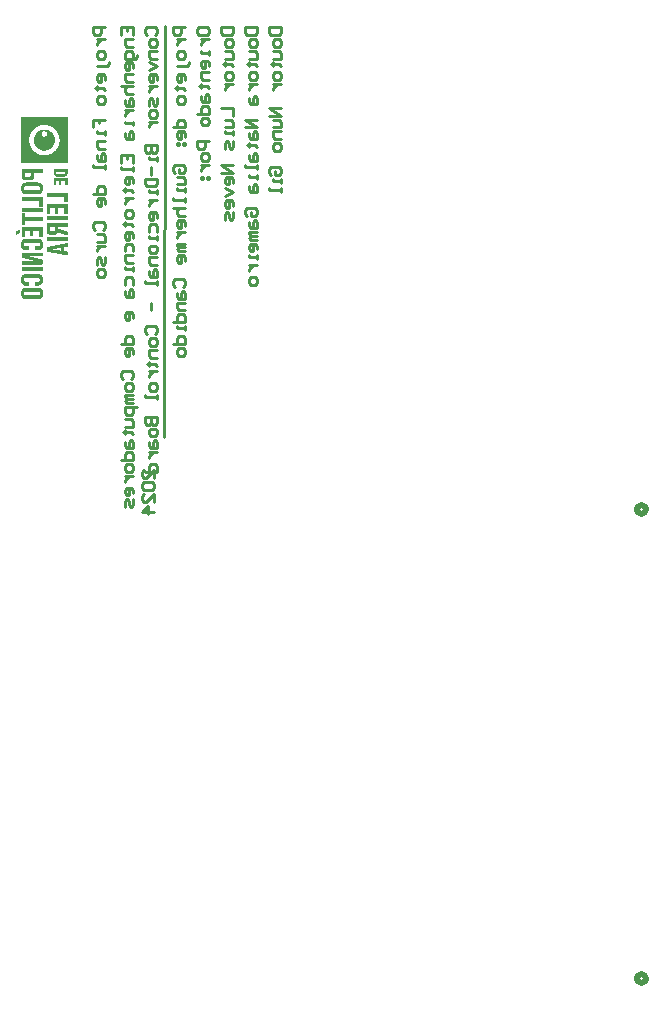
<source format=gbo>
G04*
G04 #@! TF.GenerationSoftware,Altium Limited,Altium Designer,23.8.1 (32)*
G04*
G04 Layer_Color=32896*
%FSLAX25Y25*%
%MOIN*%
G70*
G04*
G04 #@! TF.SameCoordinates,C7E29C90-252A-4D1B-ADA4-5BBD7A111965*
G04*
G04*
G04 #@! TF.FilePolarity,Positive*
G04*
G01*
G75*
%ADD12C,0.02000*%
%ADD15C,0.01000*%
G36*
X264244Y470366D02*
X248825D01*
Y485785D01*
X264244D01*
Y470366D01*
D02*
G37*
G36*
Y466831D02*
X264208D01*
Y466612D01*
X264171D01*
Y466503D01*
X264135D01*
Y466430D01*
X264098D01*
Y466357D01*
X264062D01*
Y466320D01*
X264025D01*
Y466247D01*
X263989D01*
Y466211D01*
X263953D01*
Y466175D01*
X263880D01*
Y466138D01*
X263843D01*
Y466102D01*
X263770D01*
Y466065D01*
X263697D01*
Y466029D01*
X263588D01*
Y465992D01*
X263442D01*
Y465956D01*
X260490D01*
Y465992D01*
X260344D01*
Y466029D01*
X260271D01*
Y466065D01*
X260162D01*
Y466102D01*
X260125D01*
Y466138D01*
X260089D01*
Y466175D01*
X260016D01*
Y466211D01*
X259979D01*
Y466247D01*
X259943D01*
Y466284D01*
X259906D01*
Y466357D01*
X259870D01*
Y466393D01*
X259834D01*
Y466466D01*
X259797D01*
Y466539D01*
X259761D01*
Y466685D01*
X259724D01*
Y468434D01*
X264244D01*
Y466831D01*
D02*
G37*
G36*
X255897Y467122D02*
X252981D01*
Y465664D01*
X252944D01*
Y465409D01*
X252908D01*
Y465300D01*
X252871D01*
Y465190D01*
X252835D01*
Y465117D01*
X252798D01*
Y465081D01*
X252762D01*
Y465008D01*
X252726D01*
Y464972D01*
X252689D01*
Y464935D01*
X252653D01*
Y464899D01*
X252580D01*
Y464862D01*
X252543D01*
Y464826D01*
X252470D01*
Y464789D01*
X252397D01*
Y464753D01*
X252288D01*
Y464716D01*
X252142D01*
Y464680D01*
X251778D01*
Y464643D01*
X250101D01*
Y464680D01*
X249773D01*
Y464716D01*
X249591D01*
Y464753D01*
X249481D01*
Y464789D01*
X249408D01*
Y464826D01*
X249335D01*
Y464862D01*
X249299D01*
Y464899D01*
X249262D01*
Y464935D01*
X249226D01*
Y464972D01*
X249190D01*
Y465008D01*
X249153D01*
Y465044D01*
X249117D01*
Y465081D01*
X249080D01*
Y465117D01*
X249044D01*
Y465190D01*
X249007D01*
Y465263D01*
X248971D01*
Y465373D01*
X248935D01*
Y465482D01*
X248898D01*
Y468434D01*
X255897D01*
Y467122D01*
D02*
G37*
G36*
X264244Y463112D02*
X263515D01*
Y464534D01*
X262167D01*
Y463295D01*
X262130D01*
Y463258D01*
X261474D01*
Y463295D01*
X261437D01*
Y464534D01*
X260417D01*
Y463404D01*
Y463368D01*
Y463185D01*
X259724D01*
Y465373D01*
X264244D01*
Y463112D01*
D02*
G37*
G36*
X254439Y463951D02*
X254840D01*
Y463914D01*
X254985D01*
Y463878D01*
X255095D01*
Y463841D01*
X255204D01*
Y463805D01*
X255277D01*
Y463769D01*
X255313D01*
Y463732D01*
X255386D01*
Y463696D01*
X255423D01*
Y463659D01*
X255459D01*
Y463623D01*
X255496D01*
Y463586D01*
X255532D01*
Y463550D01*
X255569D01*
Y463514D01*
X255605D01*
Y463477D01*
X255642D01*
Y463441D01*
X255678D01*
Y463368D01*
X255715D01*
Y463331D01*
X255751D01*
Y463258D01*
X255787D01*
Y463185D01*
X255824D01*
Y463112D01*
X255860D01*
Y463040D01*
X255897D01*
Y462930D01*
X255933D01*
Y462821D01*
X255970D01*
Y462639D01*
X256006D01*
Y462384D01*
X256043D01*
Y461654D01*
X256006D01*
Y461363D01*
X255970D01*
Y461217D01*
X255933D01*
Y461108D01*
X255897D01*
Y460998D01*
X255860D01*
Y460889D01*
X255824D01*
Y460816D01*
X255787D01*
Y460743D01*
X255751D01*
Y460707D01*
X255715D01*
Y460634D01*
X255678D01*
Y460597D01*
X255642D01*
Y460561D01*
X255605D01*
Y460524D01*
X255569D01*
Y460488D01*
X255532D01*
Y460452D01*
X255496D01*
Y460415D01*
X255459D01*
Y460379D01*
X255423D01*
Y460342D01*
X255386D01*
Y460306D01*
X255313D01*
Y460269D01*
X255241D01*
Y460233D01*
X255168D01*
Y460196D01*
X255095D01*
Y460160D01*
X254949D01*
Y460123D01*
X254767D01*
Y460087D01*
X250028D01*
Y460123D01*
X249846D01*
Y460160D01*
X249736D01*
Y460196D01*
X249627D01*
Y460233D01*
X249554D01*
Y460269D01*
X249481D01*
Y460306D01*
X249408D01*
Y460342D01*
X249372D01*
Y460379D01*
X249335D01*
Y460415D01*
X249299D01*
Y460452D01*
X249262D01*
Y460488D01*
X249226D01*
Y460524D01*
X249190D01*
Y460561D01*
X249153D01*
Y460597D01*
X249117D01*
Y460670D01*
X249080D01*
Y460707D01*
X249044D01*
Y460780D01*
X249007D01*
Y460816D01*
X248971D01*
Y460889D01*
X248935D01*
Y460998D01*
X248898D01*
Y461071D01*
X248862D01*
Y461181D01*
X248825D01*
Y461326D01*
X248789D01*
Y461509D01*
X248752D01*
Y462493D01*
X248789D01*
Y462711D01*
X248825D01*
Y462857D01*
X248862D01*
Y462967D01*
X248898D01*
Y463076D01*
X248935D01*
Y463149D01*
X248971D01*
Y463222D01*
X249007D01*
Y463295D01*
X249044D01*
Y463368D01*
X249080D01*
Y463404D01*
X249117D01*
Y463477D01*
X249153D01*
Y463514D01*
X249190D01*
Y463550D01*
X249226D01*
Y463586D01*
X249262D01*
Y463623D01*
X249299D01*
Y463659D01*
X249335D01*
Y463696D01*
X249408D01*
Y463732D01*
X249445D01*
Y463769D01*
X249518D01*
Y463805D01*
X249591D01*
Y463841D01*
X249700D01*
Y463878D01*
X249809D01*
Y463914D01*
X249955D01*
Y463951D01*
X250320D01*
Y463987D01*
X254439D01*
Y463951D01*
D02*
G37*
G36*
X264208Y460488D02*
X264244D01*
Y457317D01*
X263151D01*
Y459212D01*
X257245D01*
Y460524D01*
X264208D01*
Y460488D01*
D02*
G37*
G36*
X255897Y455968D02*
X254840D01*
Y456004D01*
X254803D01*
Y457864D01*
X248898D01*
Y459176D01*
X255897D01*
Y455968D01*
D02*
G37*
G36*
Y455239D02*
Y455202D01*
Y454182D01*
X255860D01*
Y454145D01*
X248898D01*
Y455458D01*
X255897D01*
Y455239D01*
D02*
G37*
G36*
X264244Y453307D02*
X263151D01*
Y455494D01*
X261000D01*
Y453526D01*
X259943D01*
Y455494D01*
X258303D01*
Y453380D01*
X257245D01*
Y456806D01*
X264244D01*
Y453307D01*
D02*
G37*
G36*
X264208Y452651D02*
X264244D01*
Y451375D01*
X257245D01*
Y452687D01*
X264208D01*
Y452651D01*
D02*
G37*
G36*
X249919Y452359D02*
X255897D01*
Y451083D01*
X255860D01*
Y451047D01*
X249919D01*
Y449771D01*
X248898D01*
Y453672D01*
X249919D01*
Y452359D01*
D02*
G37*
G36*
X264244Y449115D02*
X261146D01*
Y448605D01*
X261255D01*
Y448568D01*
X261365D01*
Y448532D01*
X261474D01*
Y448495D01*
X261620D01*
Y448459D01*
X261729D01*
Y448422D01*
X261838D01*
Y448386D01*
X261948D01*
Y448350D01*
X262057D01*
Y448313D01*
X262167D01*
Y448277D01*
X262276D01*
Y448240D01*
X262385D01*
Y448204D01*
X262531D01*
Y448167D01*
X262640D01*
Y448131D01*
X262750D01*
Y448094D01*
X262859D01*
Y448058D01*
X262968D01*
Y448022D01*
X263078D01*
Y447985D01*
X263187D01*
Y447949D01*
X263333D01*
Y447912D01*
X263442D01*
Y447876D01*
X263552D01*
Y447839D01*
X263661D01*
Y447803D01*
X263770D01*
Y447766D01*
X263880D01*
Y447730D01*
X263989D01*
Y447693D01*
X264098D01*
Y447657D01*
X264208D01*
Y447620D01*
X264244D01*
Y446308D01*
X264135D01*
Y446345D01*
X264025D01*
Y446381D01*
X263916D01*
Y446418D01*
X263770D01*
Y446454D01*
X263661D01*
Y446490D01*
X263552D01*
Y446527D01*
X263442D01*
Y446563D01*
X263333D01*
Y446600D01*
X263224D01*
Y446636D01*
X263114D01*
Y446673D01*
X263005D01*
Y446709D01*
X262895D01*
Y446746D01*
X262786D01*
Y446782D01*
X262677D01*
Y446819D01*
X262567D01*
Y446855D01*
X262458D01*
Y446891D01*
X262349D01*
Y446928D01*
X262239D01*
Y446964D01*
X262130D01*
Y447001D01*
X262021D01*
Y447037D01*
X261911D01*
Y447074D01*
X261802D01*
Y447110D01*
X261693D01*
Y447147D01*
X261583D01*
Y447183D01*
X261474D01*
Y447220D01*
X261365D01*
Y447256D01*
X261255D01*
Y447292D01*
X261146D01*
Y447329D01*
X261036D01*
Y447365D01*
X260927D01*
Y447256D01*
X260891D01*
Y447147D01*
X260854D01*
Y447074D01*
X260818D01*
Y447001D01*
X260781D01*
Y446964D01*
X260745D01*
Y446891D01*
X260708D01*
Y446855D01*
X260672D01*
Y446819D01*
X260635D01*
Y446782D01*
X260563D01*
Y446746D01*
X260526D01*
Y446709D01*
X260453D01*
Y446673D01*
X260380D01*
Y446636D01*
X260271D01*
Y446600D01*
X260125D01*
Y446563D01*
X258157D01*
Y446600D01*
X257975D01*
Y446636D01*
X257865D01*
Y446673D01*
X257792D01*
Y446709D01*
X257719D01*
Y446746D01*
X257646D01*
Y446782D01*
X257610D01*
Y446819D01*
X257574D01*
Y446855D01*
X257537D01*
Y446891D01*
X257501D01*
Y446928D01*
X257464D01*
Y446964D01*
X257428D01*
Y447037D01*
X257391D01*
Y447110D01*
X257355D01*
Y447183D01*
X257318D01*
Y447292D01*
X257282D01*
Y447438D01*
X257245D01*
Y450391D01*
X264244D01*
Y449115D01*
D02*
G37*
G36*
X248351Y447402D02*
X248315D01*
Y447365D01*
X248278D01*
Y447329D01*
X248242D01*
Y447292D01*
X248205D01*
Y447256D01*
X248169D01*
Y447220D01*
X248132D01*
Y447183D01*
X248096D01*
Y447147D01*
X248060D01*
Y447110D01*
X248023D01*
Y447074D01*
X247987D01*
Y447037D01*
X247950D01*
Y447001D01*
X247914D01*
Y446964D01*
X247841D01*
Y446928D01*
X247804D01*
Y446891D01*
X247768D01*
Y446855D01*
X247732D01*
Y446819D01*
X247695D01*
Y446782D01*
X247659D01*
Y446746D01*
X247622D01*
Y446709D01*
X247586D01*
Y446673D01*
X247549D01*
Y446636D01*
X247513D01*
Y446600D01*
X247476D01*
Y446563D01*
X247440D01*
Y446527D01*
X247404D01*
Y446490D01*
X247367D01*
Y446454D01*
X247331D01*
Y446418D01*
X247294D01*
Y446381D01*
X247258D01*
Y446345D01*
X247221D01*
Y446308D01*
X247185D01*
Y446272D01*
X247112D01*
Y446235D01*
X247075D01*
Y446199D01*
X247039D01*
Y446162D01*
X247003D01*
Y446235D01*
Y446272D01*
Y447693D01*
X247075D01*
Y447730D01*
X247148D01*
Y447766D01*
X247221D01*
Y447803D01*
X247294D01*
Y447839D01*
X247367D01*
Y447876D01*
X247440D01*
Y447912D01*
X247513D01*
Y447949D01*
X247586D01*
Y447985D01*
X247659D01*
Y448022D01*
X247732D01*
Y448058D01*
X247804D01*
Y448094D01*
X247914D01*
Y448131D01*
X247987D01*
Y448167D01*
X248060D01*
Y448204D01*
X248132D01*
Y448240D01*
X248205D01*
Y448277D01*
X248278D01*
Y448313D01*
X248351D01*
Y447402D01*
D02*
G37*
G36*
X255897Y445761D02*
X254803D01*
Y447949D01*
X252653D01*
Y445980D01*
X251595D01*
Y447949D01*
X249955D01*
Y445871D01*
X248898D01*
Y449261D01*
X255897D01*
Y445761D01*
D02*
G37*
G36*
X264244Y444376D02*
X257245D01*
Y445652D01*
X264244D01*
Y444376D01*
D02*
G37*
G36*
X254657Y445178D02*
X254913D01*
Y445142D01*
X255058D01*
Y445105D01*
X255168D01*
Y445069D01*
X255241D01*
Y445032D01*
X255313D01*
Y444996D01*
X255350D01*
Y444959D01*
X255423D01*
Y444923D01*
X255459D01*
Y444887D01*
X255496D01*
Y444850D01*
X255532D01*
Y444814D01*
X255569D01*
Y444777D01*
X255605D01*
Y444741D01*
X255642D01*
Y444668D01*
X255678D01*
Y444631D01*
X255715D01*
Y444559D01*
X255751D01*
Y444522D01*
X255787D01*
Y444449D01*
X255824D01*
Y444340D01*
X255860D01*
Y444267D01*
X255897D01*
Y444121D01*
X255933D01*
Y444012D01*
X255970D01*
Y443829D01*
X256006D01*
Y443538D01*
X256043D01*
Y442918D01*
X256006D01*
Y442699D01*
X255970D01*
Y442517D01*
X255933D01*
Y442408D01*
X255897D01*
Y442299D01*
X255860D01*
Y442189D01*
X255824D01*
Y442116D01*
X255787D01*
Y442043D01*
X255751D01*
Y442007D01*
X255715D01*
Y441934D01*
X255678D01*
Y441898D01*
X255642D01*
Y441825D01*
X255605D01*
Y441788D01*
X255569D01*
Y441752D01*
X255532D01*
Y441715D01*
X255496D01*
Y441679D01*
X255459D01*
Y441642D01*
X255386D01*
Y441606D01*
X255350D01*
Y441570D01*
X255277D01*
Y441533D01*
X255204D01*
Y441497D01*
X255131D01*
Y441460D01*
X255022D01*
Y441424D01*
X254876D01*
Y441387D01*
X254585D01*
Y441351D01*
X253272D01*
Y441387D01*
X253236D01*
Y442627D01*
X253272D01*
Y442663D01*
X254657D01*
Y442699D01*
X254767D01*
Y442736D01*
X254803D01*
Y442772D01*
X254876D01*
Y442809D01*
X254913D01*
Y442882D01*
X254949D01*
Y442918D01*
X254985D01*
Y443064D01*
X255022D01*
Y443465D01*
X254985D01*
Y443574D01*
X254949D01*
Y443647D01*
X254913D01*
Y443684D01*
X254876D01*
Y443720D01*
X254840D01*
Y443757D01*
X254803D01*
Y443793D01*
X254730D01*
Y443829D01*
X254621D01*
Y443866D01*
X250101D01*
Y443829D01*
X250028D01*
Y443793D01*
X249955D01*
Y443757D01*
X249882D01*
Y443720D01*
X249846D01*
Y443647D01*
X249809D01*
Y443611D01*
X249773D01*
Y443465D01*
X249736D01*
Y443101D01*
X249773D01*
Y442955D01*
X249809D01*
Y442882D01*
X249846D01*
Y442845D01*
X249882D01*
Y442809D01*
X249919D01*
Y442772D01*
X249955D01*
Y442736D01*
X250028D01*
Y442699D01*
X250137D01*
Y442663D01*
X251413D01*
Y442627D01*
X251450D01*
Y441351D01*
X249992D01*
Y441387D01*
X249773D01*
Y441424D01*
X249663D01*
Y441460D01*
X249591D01*
Y441497D01*
X249481D01*
Y441533D01*
X249445D01*
Y441570D01*
X249372D01*
Y441606D01*
X249335D01*
Y441642D01*
X249299D01*
Y441679D01*
X249262D01*
Y441715D01*
X249226D01*
Y441752D01*
X249190D01*
Y441788D01*
X249153D01*
Y441825D01*
X249117D01*
Y441861D01*
X249080D01*
Y441898D01*
X249044D01*
Y441970D01*
X249007D01*
Y442007D01*
X248971D01*
Y442080D01*
X248935D01*
Y442189D01*
X248898D01*
Y442262D01*
X248862D01*
Y442372D01*
X248825D01*
Y442517D01*
X248789D01*
Y442699D01*
X248752D01*
Y443757D01*
X248789D01*
Y443975D01*
X248825D01*
Y444085D01*
X248862D01*
Y444194D01*
X248898D01*
Y444303D01*
X248935D01*
Y444376D01*
X248971D01*
Y444449D01*
X249007D01*
Y444522D01*
X249044D01*
Y444559D01*
X249080D01*
Y444631D01*
X249117D01*
Y444668D01*
X249153D01*
Y444704D01*
X249190D01*
Y444741D01*
X249226D01*
Y444777D01*
X249262D01*
Y444814D01*
X249299D01*
Y444850D01*
X249335D01*
Y444887D01*
X249372D01*
Y444923D01*
X249408D01*
Y444959D01*
X249481D01*
Y444996D01*
X249518D01*
Y445032D01*
X249627D01*
Y445069D01*
X249700D01*
Y445105D01*
X249846D01*
Y445142D01*
X250028D01*
Y445178D01*
X250465D01*
Y445215D01*
X254657D01*
Y445178D01*
D02*
G37*
G36*
X264244Y442481D02*
X264062D01*
Y442444D01*
X263843D01*
Y442408D01*
X263625D01*
Y442372D01*
X263406D01*
Y442335D01*
X263187D01*
Y442299D01*
X263114D01*
Y441132D01*
X263187D01*
Y441096D01*
X263406D01*
Y441059D01*
X263661D01*
Y441023D01*
X263916D01*
Y440986D01*
X264171D01*
Y440950D01*
X264244D01*
Y439638D01*
X264135D01*
Y439674D01*
X263916D01*
Y439711D01*
X263734D01*
Y439747D01*
X263552D01*
Y439783D01*
X263333D01*
Y439820D01*
X263151D01*
Y439856D01*
X262932D01*
Y439893D01*
X262750D01*
Y439929D01*
X262567D01*
Y439966D01*
X262349D01*
Y440002D01*
X262167D01*
Y440038D01*
X261984D01*
Y440075D01*
X261766D01*
Y440111D01*
X261583D01*
Y440148D01*
X261401D01*
Y440184D01*
X261182D01*
Y440221D01*
X261000D01*
Y440257D01*
X260818D01*
Y440294D01*
X260599D01*
Y440330D01*
X260417D01*
Y440367D01*
X260234D01*
Y440403D01*
X260016D01*
Y440440D01*
X259834D01*
Y440476D01*
X259651D01*
Y440512D01*
X259433D01*
Y440549D01*
X259250D01*
Y440585D01*
X259032D01*
Y440622D01*
X258849D01*
Y440658D01*
X258667D01*
Y440695D01*
X258448D01*
Y440731D01*
X258266D01*
Y440768D01*
X258084D01*
Y440804D01*
X257865D01*
Y440840D01*
X257683D01*
Y440877D01*
X257501D01*
Y440913D01*
X257282D01*
Y440950D01*
X257245D01*
Y442444D01*
X257391D01*
Y442481D01*
X257574D01*
Y442517D01*
X257756D01*
Y442554D01*
X257938D01*
Y442590D01*
X258120D01*
Y442627D01*
X258339D01*
Y442663D01*
X258521D01*
Y442699D01*
X258703D01*
Y442736D01*
X258886D01*
Y442772D01*
X259068D01*
Y442809D01*
X259250D01*
Y442845D01*
X259433D01*
Y442882D01*
X259651D01*
Y442918D01*
X259834D01*
Y442955D01*
X260016D01*
Y442991D01*
X260198D01*
Y443028D01*
X260380D01*
Y443064D01*
X260563D01*
Y443101D01*
X260781D01*
Y443137D01*
X260964D01*
Y443173D01*
X261146D01*
Y443210D01*
X261328D01*
Y443246D01*
X261510D01*
Y443283D01*
X261693D01*
Y443319D01*
X261911D01*
Y443356D01*
X262094D01*
Y443392D01*
X262276D01*
Y443429D01*
X262458D01*
Y443465D01*
X262640D01*
Y443502D01*
X262823D01*
Y443538D01*
X263005D01*
Y443574D01*
X263224D01*
Y443611D01*
X263406D01*
Y443647D01*
X263588D01*
Y443684D01*
X263770D01*
Y443720D01*
X263953D01*
Y443757D01*
X264135D01*
Y443793D01*
X264244D01*
Y442481D01*
D02*
G37*
G36*
X255860Y440585D02*
X255897D01*
Y439382D01*
X254913D01*
Y439419D01*
X253163D01*
Y439455D01*
X251450D01*
Y439492D01*
X250794D01*
Y439455D01*
X250939D01*
Y439419D01*
X251085D01*
Y439382D01*
X251231D01*
Y439346D01*
X251413D01*
Y439310D01*
X251559D01*
Y439273D01*
X251705D01*
Y439237D01*
X251851D01*
Y439200D01*
X252033D01*
Y439164D01*
X252179D01*
Y439127D01*
X252325D01*
Y439091D01*
X252470D01*
Y439054D01*
X252616D01*
Y439018D01*
X252798D01*
Y438981D01*
X252944D01*
Y438945D01*
X253090D01*
Y438908D01*
X253236D01*
Y438872D01*
X253418D01*
Y438836D01*
X253564D01*
Y438799D01*
X253710D01*
Y438763D01*
X253855D01*
Y438726D01*
X254038D01*
Y438690D01*
X254184D01*
Y438653D01*
X254329D01*
Y438617D01*
X254475D01*
Y438581D01*
X254657D01*
Y438544D01*
X254803D01*
Y438508D01*
X254949D01*
Y438471D01*
X255095D01*
Y438435D01*
X255277D01*
Y438398D01*
X255423D01*
Y438362D01*
X255569D01*
Y438325D01*
X255715D01*
Y438289D01*
X255860D01*
Y438252D01*
X255897D01*
Y436649D01*
X255860D01*
Y436612D01*
X248898D01*
Y437815D01*
X249992D01*
Y437779D01*
X251450D01*
Y437742D01*
X252908D01*
Y437706D01*
X253855D01*
Y437742D01*
X253710D01*
Y437779D01*
X253527D01*
Y437815D01*
X253382D01*
Y437851D01*
X253236D01*
Y437888D01*
X253090D01*
Y437924D01*
X252944D01*
Y437961D01*
X252798D01*
Y437997D01*
X252653D01*
Y438034D01*
X252507D01*
Y438070D01*
X252361D01*
Y438107D01*
X252215D01*
Y438143D01*
X252069D01*
Y438179D01*
X251923D01*
Y438216D01*
X251778D01*
Y438252D01*
X251595D01*
Y438289D01*
X251450D01*
Y438325D01*
X251304D01*
Y438362D01*
X251158D01*
Y438398D01*
X251012D01*
Y438435D01*
X250866D01*
Y438471D01*
X250721D01*
Y438508D01*
X250575D01*
Y438544D01*
X250429D01*
Y438581D01*
X250283D01*
Y438617D01*
X250137D01*
Y438653D01*
X249992D01*
Y438690D01*
X249809D01*
Y438726D01*
X249663D01*
Y438763D01*
X249518D01*
Y438799D01*
X249372D01*
Y438836D01*
X249226D01*
Y438872D01*
X249080D01*
Y438908D01*
X248935D01*
Y438945D01*
X248898D01*
Y440622D01*
X255860D01*
Y440585D01*
D02*
G37*
G36*
X255897Y434352D02*
X248898D01*
Y435664D01*
X255897D01*
Y434352D01*
D02*
G37*
G36*
X254876Y433404D02*
X255022D01*
Y433368D01*
X255131D01*
Y433331D01*
X255204D01*
Y433295D01*
X255277D01*
Y433258D01*
X255350D01*
Y433222D01*
X255386D01*
Y433186D01*
X255423D01*
Y433149D01*
X255496D01*
Y433113D01*
X255532D01*
Y433076D01*
X255569D01*
Y433040D01*
X255605D01*
Y432967D01*
X255642D01*
Y432930D01*
X255678D01*
Y432894D01*
X255715D01*
Y432821D01*
X255751D01*
Y432748D01*
X255787D01*
Y432675D01*
X255824D01*
Y432602D01*
X255860D01*
Y432566D01*
Y432493D01*
X255897D01*
Y432384D01*
X255933D01*
Y432238D01*
X255970D01*
Y432056D01*
X256006D01*
Y431800D01*
X256043D01*
Y431181D01*
X256006D01*
Y430926D01*
X255970D01*
Y430780D01*
X255933D01*
Y430634D01*
X255897D01*
Y430525D01*
X255860D01*
Y430452D01*
X255824D01*
Y430379D01*
X255787D01*
Y430306D01*
X255751D01*
Y430233D01*
X255715D01*
Y430197D01*
X255678D01*
Y430124D01*
X255642D01*
Y430087D01*
X255605D01*
Y430051D01*
X255569D01*
Y430014D01*
X255532D01*
Y429978D01*
X255496D01*
Y429941D01*
X255459D01*
Y429905D01*
X255423D01*
Y429869D01*
X255350D01*
Y429832D01*
X255313D01*
Y429796D01*
X255241D01*
Y429759D01*
X255168D01*
Y429723D01*
X255058D01*
Y429686D01*
X254913D01*
Y429650D01*
X254730D01*
Y429613D01*
X253236D01*
Y430889D01*
X254475D01*
Y430926D01*
X254694D01*
Y430962D01*
X254767D01*
Y430999D01*
X254840D01*
Y431035D01*
X254876D01*
Y431071D01*
X254913D01*
Y431108D01*
X254949D01*
Y431181D01*
X254985D01*
Y431290D01*
X255022D01*
Y431728D01*
X254985D01*
Y431837D01*
X254949D01*
Y431873D01*
X254913D01*
Y431946D01*
X254876D01*
Y431983D01*
X254840D01*
Y432019D01*
X254767D01*
Y432056D01*
X254694D01*
Y432092D01*
X254548D01*
Y432128D01*
X250174D01*
Y432092D01*
X250028D01*
Y432056D01*
X249955D01*
Y432019D01*
X249919D01*
Y431983D01*
X249882D01*
Y431946D01*
X249846D01*
Y431910D01*
X249809D01*
Y431837D01*
X249773D01*
Y431728D01*
X249736D01*
Y431363D01*
X249773D01*
Y431217D01*
X249809D01*
Y431144D01*
X249846D01*
Y431071D01*
X249882D01*
Y431035D01*
X249955D01*
Y430999D01*
X249992D01*
Y430962D01*
X250101D01*
Y430926D01*
X250283D01*
Y430889D01*
X251450D01*
Y429613D01*
X249882D01*
Y429650D01*
X249736D01*
Y429686D01*
X249627D01*
Y429723D01*
X249554D01*
Y429759D01*
X249481D01*
Y429796D01*
X249408D01*
Y429832D01*
X249372D01*
Y429869D01*
X249299D01*
Y429905D01*
X249262D01*
Y429941D01*
X249226D01*
Y429978D01*
X249190D01*
Y430014D01*
X249153D01*
Y430051D01*
X249117D01*
Y430124D01*
X249080D01*
Y430160D01*
X249044D01*
Y430197D01*
X249007D01*
Y430269D01*
X248971D01*
Y430342D01*
X248935D01*
Y430415D01*
X248898D01*
Y430525D01*
X248862D01*
Y430634D01*
X248825D01*
Y430780D01*
X248789D01*
Y430962D01*
X248752D01*
Y432019D01*
X248789D01*
Y432201D01*
X248825D01*
Y432347D01*
X248862D01*
Y432457D01*
X248898D01*
Y432566D01*
X248935D01*
Y432639D01*
X248971D01*
Y432712D01*
X249007D01*
Y432748D01*
X249044D01*
Y432821D01*
X249080D01*
Y432858D01*
X249117D01*
Y432930D01*
X249153D01*
Y432967D01*
X249190D01*
Y433003D01*
X249226D01*
Y433040D01*
X249262D01*
Y433076D01*
X249299D01*
Y433113D01*
X249335D01*
Y433149D01*
X249372D01*
Y433186D01*
X249445D01*
Y433222D01*
X249481D01*
Y433258D01*
X249554D01*
Y433295D01*
X249663D01*
Y433331D01*
X249736D01*
Y433368D01*
X249882D01*
Y433404D01*
X250137D01*
Y433441D01*
X254876D01*
Y433404D01*
D02*
G37*
G36*
X254657Y428884D02*
X254876D01*
Y428848D01*
X255022D01*
Y428811D01*
X255131D01*
Y428775D01*
X255204D01*
Y428738D01*
X255277D01*
Y428702D01*
X255350D01*
Y428666D01*
X255386D01*
Y428629D01*
X255423D01*
Y428593D01*
X255496D01*
Y428556D01*
X255532D01*
Y428520D01*
X255569D01*
Y428483D01*
X255605D01*
Y428410D01*
X255642D01*
Y428374D01*
X255678D01*
Y428337D01*
X255715D01*
Y428265D01*
X255751D01*
Y428228D01*
X255787D01*
Y428155D01*
X255824D01*
Y428082D01*
X255860D01*
Y427973D01*
X255897D01*
Y427864D01*
X255933D01*
Y427754D01*
X255970D01*
Y427608D01*
X256006D01*
Y427317D01*
X256043D01*
Y426588D01*
X256006D01*
Y426333D01*
X255970D01*
Y426150D01*
X255933D01*
Y426041D01*
X255897D01*
Y425932D01*
X255860D01*
Y425859D01*
X255824D01*
Y425786D01*
X255787D01*
Y425713D01*
X255751D01*
Y425640D01*
X255715D01*
Y425604D01*
X255678D01*
Y425531D01*
X255642D01*
Y425494D01*
X255605D01*
Y425458D01*
X255569D01*
Y425421D01*
X255532D01*
Y425385D01*
X255496D01*
Y425349D01*
X255459D01*
Y425312D01*
X255423D01*
Y425276D01*
X255350D01*
Y425239D01*
X255313D01*
Y425203D01*
X255241D01*
Y425166D01*
X255131D01*
Y425130D01*
X255022D01*
Y425093D01*
X254913D01*
Y425057D01*
X254657D01*
Y425020D01*
X250137D01*
Y425057D01*
X249882D01*
Y425093D01*
X249736D01*
Y425130D01*
X249663D01*
Y425166D01*
X249554D01*
Y425203D01*
X249481D01*
Y425239D01*
X249445D01*
Y425276D01*
X249372D01*
Y425312D01*
X249335D01*
Y425349D01*
X249299D01*
Y425385D01*
X249262D01*
Y425421D01*
X249226D01*
Y425458D01*
X249190D01*
Y425494D01*
X249153D01*
Y425567D01*
X249117D01*
Y425604D01*
X249080D01*
Y425640D01*
X249044D01*
Y425713D01*
X249007D01*
Y425786D01*
X248971D01*
Y425859D01*
X248935D01*
Y425932D01*
X248898D01*
Y426041D01*
X248862D01*
Y426150D01*
X248825D01*
Y426296D01*
X248789D01*
Y426478D01*
X248752D01*
Y427463D01*
X248789D01*
Y427645D01*
X248825D01*
Y427791D01*
X248862D01*
Y427900D01*
X248898D01*
Y428010D01*
X248935D01*
Y428082D01*
X248971D01*
Y428155D01*
X249007D01*
Y428228D01*
X249044D01*
Y428301D01*
X249080D01*
Y428337D01*
X249117D01*
Y428410D01*
X249153D01*
Y428447D01*
X249190D01*
Y428483D01*
X249226D01*
Y428520D01*
X249262D01*
Y428556D01*
X249299D01*
Y428593D01*
X249335D01*
Y428629D01*
X249372D01*
Y428666D01*
X249445D01*
Y428702D01*
X249518D01*
Y428738D01*
X249591D01*
Y428775D01*
X249663D01*
Y428811D01*
X249773D01*
Y428848D01*
X249919D01*
Y428884D01*
X250137D01*
Y428921D01*
X254657D01*
Y428884D01*
D02*
G37*
%LPC*%
G36*
X257136Y483124D02*
X255933D01*
Y483088D01*
X255678D01*
Y483052D01*
X255459D01*
Y483015D01*
X255313D01*
Y482979D01*
X255168D01*
Y482942D01*
X255058D01*
Y482906D01*
X254913D01*
Y482869D01*
X254840D01*
Y482833D01*
X254730D01*
Y482796D01*
X254621D01*
Y482760D01*
X254548D01*
Y482724D01*
X254475D01*
Y482687D01*
X254366D01*
Y482651D01*
X254293D01*
Y482614D01*
X254220D01*
Y482578D01*
X254147D01*
Y482541D01*
X254111D01*
Y482505D01*
X254038D01*
Y482468D01*
X253965D01*
Y482432D01*
X253892D01*
Y482396D01*
X253855D01*
Y482359D01*
X253783D01*
Y482323D01*
X253746D01*
Y482286D01*
X253673D01*
Y482250D01*
X253637D01*
Y482213D01*
X253564D01*
Y482177D01*
X253527D01*
Y482140D01*
X253454D01*
Y482104D01*
X253418D01*
Y482067D01*
X253382D01*
Y482031D01*
X253345D01*
Y481994D01*
X253272D01*
Y481958D01*
X253236D01*
Y481922D01*
X253199D01*
Y481885D01*
X253163D01*
Y481849D01*
X253126D01*
Y481812D01*
X253090D01*
Y481776D01*
X253053D01*
Y481739D01*
X253017D01*
Y481703D01*
X252981D01*
Y481667D01*
X252944D01*
Y481630D01*
X252908D01*
Y481594D01*
X252871D01*
Y481557D01*
X252835D01*
Y481521D01*
X252798D01*
Y481484D01*
X252762D01*
Y481448D01*
X252726D01*
Y481411D01*
X252689D01*
Y481375D01*
X252653D01*
Y481338D01*
X252616D01*
Y481265D01*
X252580D01*
Y481229D01*
X252543D01*
Y481193D01*
X252507D01*
Y481156D01*
X252470D01*
Y481083D01*
X252434D01*
Y481047D01*
X252397D01*
Y481010D01*
X252361D01*
Y480937D01*
X252325D01*
Y480901D01*
X252288D01*
Y480828D01*
X252252D01*
Y480792D01*
X252215D01*
Y480719D01*
X252179D01*
Y480646D01*
X252142D01*
Y480609D01*
X252106D01*
Y480536D01*
X252069D01*
Y480464D01*
X252033D01*
Y480391D01*
X251996D01*
Y480318D01*
X251960D01*
Y480245D01*
X251923D01*
Y480172D01*
X251887D01*
Y480099D01*
X251851D01*
Y479990D01*
X251814D01*
Y479917D01*
X251778D01*
Y479807D01*
X251741D01*
Y479698D01*
X251705D01*
Y479589D01*
X251668D01*
Y479479D01*
X251632D01*
Y479334D01*
X251595D01*
Y479188D01*
X251559D01*
Y479005D01*
X251522D01*
Y478787D01*
X251486D01*
Y478422D01*
X251450D01*
Y477766D01*
X251486D01*
Y477402D01*
X251522D01*
Y477146D01*
X251559D01*
Y476964D01*
X251595D01*
Y476818D01*
X251632D01*
Y476709D01*
X251668D01*
Y476563D01*
X251705D01*
Y476454D01*
X251741D01*
Y476344D01*
X251778D01*
Y476272D01*
X251814D01*
Y476162D01*
X251851D01*
Y476089D01*
X251887D01*
Y476016D01*
X251923D01*
Y475907D01*
X251960D01*
Y475834D01*
X251996D01*
Y475761D01*
X252033D01*
Y475725D01*
X252069D01*
Y475652D01*
X252106D01*
Y475579D01*
X252142D01*
Y475506D01*
X252179D01*
Y475470D01*
X252215D01*
Y475397D01*
X252252D01*
Y475324D01*
X252288D01*
Y475287D01*
X252325D01*
Y475214D01*
X252361D01*
Y475178D01*
X252397D01*
Y475142D01*
X252434D01*
Y475069D01*
X252470D01*
Y475032D01*
X252507D01*
Y474996D01*
X252543D01*
Y474923D01*
X252580D01*
Y474886D01*
X252616D01*
Y474850D01*
X252653D01*
Y474814D01*
X252689D01*
Y474741D01*
X252726D01*
Y474704D01*
X252762D01*
Y474668D01*
X252798D01*
Y474631D01*
X252835D01*
Y474595D01*
X252871D01*
Y474558D01*
X252908D01*
Y474522D01*
X252944D01*
Y474485D01*
X252981D01*
Y474449D01*
X253017D01*
Y474413D01*
X253053D01*
Y474376D01*
X253090D01*
Y474340D01*
X253126D01*
Y474303D01*
X253163D01*
Y474267D01*
X253236D01*
Y474230D01*
X253272D01*
Y474194D01*
X253309D01*
Y474157D01*
X253345D01*
Y474121D01*
X253418D01*
Y474085D01*
X253454D01*
Y474048D01*
X253491D01*
Y474012D01*
X253564D01*
Y473975D01*
X253600D01*
Y473939D01*
X253637D01*
Y473902D01*
X253710D01*
Y473866D01*
X253746D01*
Y473829D01*
X253819D01*
Y473793D01*
X253892D01*
Y473756D01*
X253928D01*
Y473720D01*
X254001D01*
Y473684D01*
X254074D01*
Y473647D01*
X254147D01*
Y473611D01*
X254184D01*
Y473574D01*
X254256D01*
Y473538D01*
X254329D01*
Y473501D01*
X254439D01*
Y473465D01*
X254512D01*
Y473428D01*
X254585D01*
Y473392D01*
X254694D01*
Y473355D01*
X254767D01*
Y473319D01*
X254876D01*
Y473282D01*
X254985D01*
Y473246D01*
X255095D01*
Y473210D01*
X255241D01*
Y473173D01*
X255386D01*
Y473137D01*
X255569D01*
Y473100D01*
X255787D01*
Y473064D01*
X256116D01*
Y473027D01*
X256917D01*
Y473064D01*
X257245D01*
Y473100D01*
X257464D01*
Y473137D01*
X257646D01*
Y473173D01*
X257792D01*
Y473210D01*
X257938D01*
Y473246D01*
X258047D01*
Y473282D01*
X258157D01*
Y473319D01*
X258266D01*
Y473355D01*
X258376D01*
Y473392D01*
X258448D01*
Y473428D01*
X258558D01*
Y473465D01*
X258631D01*
Y473501D01*
X258703D01*
Y473538D01*
X258776D01*
Y473574D01*
X258849D01*
Y473611D01*
X258922D01*
Y473647D01*
X258995D01*
Y473684D01*
X259068D01*
Y473720D01*
X259104D01*
Y473756D01*
X259177D01*
Y473793D01*
X259250D01*
Y473829D01*
X259287D01*
Y473866D01*
X259360D01*
Y473902D01*
X259396D01*
Y473939D01*
X259469D01*
Y473975D01*
X259506D01*
Y474012D01*
X259542D01*
Y474048D01*
X259615D01*
Y474085D01*
X259651D01*
Y474121D01*
X259688D01*
Y474157D01*
X259724D01*
Y474194D01*
X259797D01*
Y474230D01*
X259834D01*
Y474267D01*
X259870D01*
Y474303D01*
X259906D01*
Y474340D01*
X259943D01*
Y474376D01*
X259979D01*
Y474413D01*
X260016D01*
Y474449D01*
X260052D01*
Y474485D01*
X260089D01*
Y474522D01*
X260125D01*
Y474558D01*
X260162D01*
Y474595D01*
X260198D01*
Y474631D01*
X260234D01*
Y474668D01*
X260271D01*
Y474704D01*
X260307D01*
Y474741D01*
X260344D01*
Y474777D01*
X260380D01*
Y474814D01*
X260417D01*
Y474886D01*
X260453D01*
Y474923D01*
X260490D01*
Y474959D01*
X260526D01*
Y474996D01*
X260563D01*
Y475069D01*
X260599D01*
Y475105D01*
X260635D01*
Y475142D01*
X260672D01*
Y475214D01*
X260708D01*
Y475251D01*
X260745D01*
Y475324D01*
X260781D01*
Y475360D01*
X260818D01*
Y475433D01*
X260854D01*
Y475506D01*
X260891D01*
Y475543D01*
X260927D01*
Y475616D01*
X260964D01*
Y475688D01*
X261000D01*
Y475761D01*
X261036D01*
Y475834D01*
X261073D01*
Y475907D01*
X261109D01*
Y475980D01*
X261146D01*
Y476053D01*
X261182D01*
Y476126D01*
X261219D01*
Y476235D01*
X261255D01*
Y476308D01*
X261292D01*
Y476417D01*
X261328D01*
Y476527D01*
X261365D01*
Y476636D01*
X261401D01*
Y476782D01*
X261437D01*
Y476928D01*
X261474D01*
Y477073D01*
X261510D01*
Y477292D01*
X261547D01*
Y477584D01*
X261583D01*
Y478605D01*
X261547D01*
Y478896D01*
X261510D01*
Y479078D01*
X261474D01*
Y479261D01*
X261437D01*
Y479406D01*
X261401D01*
Y479516D01*
X261365D01*
Y479662D01*
X261328D01*
Y479771D01*
X261292D01*
Y479844D01*
X261255D01*
Y479953D01*
X261219D01*
Y480026D01*
X261182D01*
Y480135D01*
X261146D01*
Y480208D01*
X261109D01*
Y480281D01*
X261073D01*
Y480354D01*
X261036D01*
Y480427D01*
X261000D01*
Y480500D01*
X260964D01*
Y480573D01*
X260927D01*
Y480609D01*
X260891D01*
Y480682D01*
X260854D01*
Y480755D01*
X260818D01*
Y480792D01*
X260781D01*
Y480864D01*
X260745D01*
Y480901D01*
X260708D01*
Y480974D01*
X260672D01*
Y481010D01*
X260635D01*
Y481083D01*
X260599D01*
Y481120D01*
X260563D01*
Y481156D01*
X260526D01*
Y481229D01*
X260490D01*
Y481265D01*
X260453D01*
Y481302D01*
X260417D01*
Y481338D01*
X260380D01*
Y481375D01*
X260344D01*
Y481448D01*
X260307D01*
Y481484D01*
X260271D01*
Y481521D01*
X260234D01*
Y481557D01*
X260198D01*
Y481594D01*
X260162D01*
Y481630D01*
X260125D01*
Y481667D01*
X260089D01*
Y481703D01*
X260052D01*
Y481739D01*
X260016D01*
Y481776D01*
X259979D01*
Y481812D01*
X259943D01*
Y481849D01*
X259906D01*
Y481885D01*
X259834D01*
Y481922D01*
X259797D01*
Y481958D01*
X259761D01*
Y481994D01*
X259724D01*
Y482031D01*
X259688D01*
Y482067D01*
X259615D01*
Y482104D01*
X259578D01*
Y482140D01*
X259542D01*
Y482177D01*
X259469D01*
Y482213D01*
X259433D01*
Y482250D01*
X259360D01*
Y482286D01*
X259323D01*
Y482323D01*
X259250D01*
Y482359D01*
X259214D01*
Y482396D01*
X259141D01*
Y482432D01*
X259068D01*
Y482468D01*
X259032D01*
Y482505D01*
X258959D01*
Y482541D01*
X258886D01*
Y482578D01*
X258813D01*
Y482614D01*
X258740D01*
Y482651D01*
X258667D01*
Y482687D01*
X258594D01*
Y482724D01*
X258521D01*
Y482760D01*
X258412D01*
Y482796D01*
X258339D01*
Y482833D01*
X258230D01*
Y482869D01*
X258120D01*
Y482906D01*
X258011D01*
Y482942D01*
X257865D01*
Y482979D01*
X257719D01*
Y483015D01*
X257574D01*
Y483052D01*
X257391D01*
Y483088D01*
X257136D01*
Y483124D01*
D02*
G37*
%LPD*%
G36*
X256808Y481557D02*
X257100D01*
Y481521D01*
X257282D01*
Y481484D01*
X257428D01*
Y481448D01*
X257574D01*
Y481411D01*
X257683D01*
Y481375D01*
X257756D01*
Y481338D01*
X257865D01*
Y481302D01*
X257938D01*
Y481265D01*
X258047D01*
Y481229D01*
X258120D01*
Y481193D01*
X258193D01*
Y481156D01*
X258230D01*
Y481120D01*
X258303D01*
Y481083D01*
X258376D01*
Y481047D01*
X258412D01*
Y481010D01*
X258485D01*
Y480974D01*
X258521D01*
Y480937D01*
X258594D01*
Y480901D01*
X258631D01*
Y480864D01*
X258667D01*
Y480828D01*
X258740D01*
Y480792D01*
X258776D01*
Y480755D01*
X258813D01*
Y480719D01*
X258849D01*
Y480682D01*
X258886D01*
Y480646D01*
X258922D01*
Y480609D01*
X258959D01*
Y480573D01*
X258995D01*
Y480536D01*
X259032D01*
Y480500D01*
X259068D01*
Y480464D01*
X259104D01*
Y480427D01*
X259141D01*
Y480391D01*
X259177D01*
Y480354D01*
X259214D01*
Y480318D01*
X259250D01*
Y480281D01*
X259287D01*
Y480208D01*
X259323D01*
Y480172D01*
X259360D01*
Y480135D01*
X259396D01*
Y480063D01*
X259433D01*
Y480026D01*
X259469D01*
Y479953D01*
X259506D01*
Y479917D01*
X259542D01*
Y479844D01*
X259578D01*
Y479771D01*
X259615D01*
Y479698D01*
X259651D01*
Y479625D01*
X259688D01*
Y479552D01*
X259724D01*
Y479479D01*
X259761D01*
Y479406D01*
X259797D01*
Y479297D01*
X259834D01*
Y479188D01*
X259870D01*
Y479078D01*
X259906D01*
Y478933D01*
X259943D01*
Y478787D01*
X259979D01*
Y478568D01*
X260016D01*
Y477584D01*
X259979D01*
Y477365D01*
X259943D01*
Y477219D01*
X259906D01*
Y477110D01*
X259870D01*
Y476964D01*
X259834D01*
Y476891D01*
X259797D01*
Y476782D01*
X259761D01*
Y476673D01*
X259724D01*
Y476600D01*
X259688D01*
Y476527D01*
X259651D01*
Y476454D01*
X259615D01*
Y476381D01*
X259578D01*
Y476344D01*
X259542D01*
Y476272D01*
X259506D01*
Y476199D01*
X259469D01*
Y476162D01*
X259433D01*
Y476089D01*
X259396D01*
Y476053D01*
X259360D01*
Y476016D01*
X259323D01*
Y475944D01*
X259287D01*
Y475907D01*
X259250D01*
Y475871D01*
X259214D01*
Y475834D01*
X259177D01*
Y475761D01*
X259141D01*
Y475725D01*
X259104D01*
Y475688D01*
X259068D01*
Y475652D01*
X259032D01*
Y475616D01*
X258995D01*
Y475579D01*
X258959D01*
Y475543D01*
X258922D01*
Y475506D01*
X258886D01*
Y475470D01*
X258849D01*
Y475433D01*
X258776D01*
Y475397D01*
X258740D01*
Y475360D01*
X258703D01*
Y475324D01*
X258667D01*
Y475287D01*
X258594D01*
Y475251D01*
X258558D01*
Y475214D01*
X258521D01*
Y475178D01*
X258448D01*
Y475142D01*
X258412D01*
Y475105D01*
X258339D01*
Y475069D01*
X258266D01*
Y475032D01*
X258193D01*
Y474996D01*
X258157D01*
Y474959D01*
X258084D01*
Y474923D01*
X257975D01*
Y474886D01*
X257902D01*
Y474850D01*
X257829D01*
Y474814D01*
X257719D01*
Y474777D01*
X257610D01*
Y474741D01*
X257501D01*
Y474704D01*
X257355D01*
Y474668D01*
X257209D01*
Y474631D01*
X256990D01*
Y474595D01*
X256079D01*
Y474631D01*
X255860D01*
Y474668D01*
X255678D01*
Y474704D01*
X255569D01*
Y474741D01*
X255423D01*
Y474777D01*
X255313D01*
Y474814D01*
X255241D01*
Y474850D01*
X255131D01*
Y474886D01*
X255058D01*
Y474923D01*
X254985D01*
Y474959D01*
X254913D01*
Y474996D01*
X254840D01*
Y475032D01*
X254767D01*
Y475069D01*
X254694D01*
Y475105D01*
X254657D01*
Y475142D01*
X254585D01*
Y475178D01*
X254548D01*
Y475214D01*
X254475D01*
Y475251D01*
X254439D01*
Y475287D01*
X254402D01*
Y475324D01*
X254329D01*
Y475360D01*
X254293D01*
Y475397D01*
X254256D01*
Y475433D01*
X254220D01*
Y475470D01*
X254184D01*
Y475506D01*
X254147D01*
Y475543D01*
X254111D01*
Y475579D01*
X254074D01*
Y475616D01*
X254038D01*
Y475652D01*
X254001D01*
Y475688D01*
X253965D01*
Y475725D01*
X253928D01*
Y475761D01*
X253892D01*
Y475798D01*
X253855D01*
Y475834D01*
X253819D01*
Y475871D01*
X253783D01*
Y475907D01*
X253746D01*
Y475980D01*
X253710D01*
Y476016D01*
X253673D01*
Y476053D01*
X253637D01*
Y476126D01*
X253600D01*
Y476162D01*
X253564D01*
Y476235D01*
X253527D01*
Y476308D01*
X253491D01*
Y476344D01*
X253454D01*
Y476417D01*
X253418D01*
Y476490D01*
X253382D01*
Y476563D01*
X253345D01*
Y476636D01*
X253309D01*
Y476709D01*
X253272D01*
Y476818D01*
X253236D01*
Y476928D01*
X253199D01*
Y477037D01*
X253163D01*
Y477146D01*
X253126D01*
Y477292D01*
X253090D01*
Y477474D01*
X253053D01*
Y477693D01*
X253017D01*
Y478459D01*
X253053D01*
Y478714D01*
X253090D01*
Y478896D01*
X253126D01*
Y479042D01*
X253163D01*
Y479151D01*
X253199D01*
Y479261D01*
X253236D01*
Y479370D01*
X253272D01*
Y479443D01*
X253309D01*
Y479516D01*
X253345D01*
Y479625D01*
X253382D01*
Y479698D01*
X253418D01*
Y479735D01*
X253454D01*
Y479807D01*
X253491D01*
Y479880D01*
X253527D01*
Y479953D01*
X253564D01*
Y479990D01*
X253600D01*
Y480063D01*
X253637D01*
Y480099D01*
X253673D01*
Y480135D01*
X253710D01*
Y480208D01*
X253746D01*
Y480245D01*
X253783D01*
Y480281D01*
X253819D01*
Y480318D01*
X253855D01*
Y480391D01*
X253892D01*
Y480427D01*
X253928D01*
Y480464D01*
X253965D01*
Y480500D01*
X254001D01*
Y480536D01*
X254038D01*
Y480573D01*
X254074D01*
Y480609D01*
X254111D01*
Y480646D01*
X254147D01*
Y480682D01*
X254184D01*
Y480719D01*
X254220D01*
Y480755D01*
X254293D01*
Y480792D01*
X254329D01*
Y480828D01*
X254366D01*
Y480864D01*
X254402D01*
Y480901D01*
X254475D01*
Y480937D01*
X254512D01*
Y480974D01*
X254585D01*
Y481010D01*
X254621D01*
Y481047D01*
X254694D01*
Y481083D01*
X254730D01*
Y481120D01*
X254803D01*
Y481156D01*
X254876D01*
Y481193D01*
X254949D01*
Y481229D01*
X255022D01*
Y481265D01*
X255095D01*
Y481302D01*
X255168D01*
Y481338D01*
X255277D01*
Y481375D01*
X255386D01*
Y481411D01*
X255496D01*
Y481448D01*
X255605D01*
Y481484D01*
X255751D01*
Y481521D01*
X255933D01*
Y481557D01*
X256261D01*
Y481594D01*
X256808D01*
Y481557D01*
D02*
G37*
%LPC*%
G36*
X256662Y481010D02*
X256407D01*
Y480974D01*
X256225D01*
Y480937D01*
X256152D01*
Y480901D01*
X256079D01*
Y480864D01*
X256006D01*
Y480828D01*
X255970D01*
Y480792D01*
X255933D01*
Y480755D01*
X255897D01*
Y480719D01*
X255860D01*
Y480682D01*
X255824D01*
Y480646D01*
X255787D01*
Y480573D01*
X255751D01*
Y480500D01*
X255715D01*
Y480427D01*
X255678D01*
Y480318D01*
X255642D01*
Y479917D01*
X255678D01*
Y479807D01*
X255715D01*
Y479735D01*
X255751D01*
Y479662D01*
X255787D01*
Y479589D01*
X255824D01*
Y479552D01*
X255860D01*
Y479516D01*
X255897D01*
Y479479D01*
X255933D01*
Y479443D01*
X255970D01*
Y479406D01*
X256043D01*
Y479370D01*
X256079D01*
Y479334D01*
X256152D01*
Y479297D01*
X256261D01*
Y479261D01*
X256407D01*
Y479224D01*
X256626D01*
Y479261D01*
X256808D01*
Y479297D01*
X256881D01*
Y479334D01*
X256954D01*
Y479370D01*
X257027D01*
Y479406D01*
X257063D01*
Y479443D01*
X257100D01*
Y479479D01*
X257136D01*
Y479516D01*
X257173D01*
Y479552D01*
X257209D01*
Y479589D01*
X257245D01*
Y479625D01*
X257282D01*
Y479698D01*
X257318D01*
Y479771D01*
X257355D01*
Y479880D01*
X257391D01*
Y480354D01*
X257355D01*
Y480464D01*
X257318D01*
Y480536D01*
X257282D01*
Y480609D01*
X257245D01*
Y480646D01*
X257209D01*
Y480682D01*
X257173D01*
Y480755D01*
X257136D01*
Y480792D01*
X257063D01*
Y480828D01*
X257027D01*
Y480864D01*
X256954D01*
Y480901D01*
X256881D01*
Y480937D01*
X256808D01*
Y480974D01*
X256662D01*
Y481010D01*
D02*
G37*
G36*
X263552Y467596D02*
X260380D01*
Y467049D01*
X260417D01*
Y466940D01*
X260453D01*
Y466903D01*
X260490D01*
Y466867D01*
X260526D01*
Y466831D01*
X260599D01*
Y466794D01*
X263297D01*
Y466831D01*
X263406D01*
Y466867D01*
X263442D01*
Y466903D01*
X263479D01*
Y466940D01*
X263515D01*
Y467013D01*
X263552D01*
Y467596D01*
D02*
G37*
G36*
X251960Y467122D02*
X249919D01*
Y466284D01*
X249955D01*
Y466175D01*
X249992D01*
Y466102D01*
X250028D01*
Y466065D01*
X250064D01*
Y466029D01*
X250101D01*
Y465992D01*
X250174D01*
Y465956D01*
X251705D01*
Y465992D01*
X251814D01*
Y466029D01*
X251851D01*
Y466065D01*
X251887D01*
Y466138D01*
X251923D01*
Y466211D01*
X251960D01*
Y467122D01*
D02*
G37*
G36*
X250502Y462675D02*
X250429D01*
Y462639D01*
X250137D01*
Y462602D01*
X250028D01*
Y462566D01*
X249992D01*
Y462529D01*
X249919D01*
Y462493D01*
X249882D01*
Y462420D01*
X249846D01*
Y462384D01*
X249809D01*
Y462311D01*
X249773D01*
Y462238D01*
X249736D01*
Y461764D01*
X249773D01*
Y461691D01*
X249809D01*
Y461618D01*
X249846D01*
Y461582D01*
X249882D01*
Y461545D01*
X249919D01*
Y461509D01*
X249992D01*
Y461472D01*
X250064D01*
Y461436D01*
X250174D01*
Y461399D01*
X254585D01*
Y461436D01*
X254694D01*
Y461472D01*
X254767D01*
Y461509D01*
X254803D01*
Y461545D01*
X254840D01*
Y461582D01*
X254876D01*
Y461618D01*
X254913D01*
Y461691D01*
X254949D01*
Y461764D01*
X254985D01*
Y461910D01*
X255022D01*
Y462165D01*
X254985D01*
Y462311D01*
X254949D01*
Y462384D01*
X254913D01*
Y462456D01*
X254876D01*
Y462493D01*
X254840D01*
Y462529D01*
X254803D01*
Y462566D01*
X254730D01*
Y462602D01*
X254621D01*
Y462639D01*
X250502D01*
Y462675D01*
D02*
G37*
G36*
X260089Y449115D02*
X258230D01*
Y448313D01*
X258266D01*
Y448094D01*
X258303D01*
Y448022D01*
X258339D01*
Y447985D01*
X258376D01*
Y447949D01*
X258412D01*
Y447912D01*
X258485D01*
Y447876D01*
X258631D01*
Y447839D01*
X259651D01*
Y447876D01*
X259797D01*
Y447912D01*
X259870D01*
Y447949D01*
X259943D01*
Y447985D01*
X259979D01*
Y448022D01*
X260016D01*
Y448094D01*
X260052D01*
Y448204D01*
X260089D01*
Y449115D01*
D02*
G37*
G36*
X261984Y442116D02*
X261729D01*
Y442080D01*
X261510D01*
Y442043D01*
X261255D01*
Y442007D01*
X261036D01*
Y441970D01*
X260781D01*
Y441934D01*
X260563D01*
Y441898D01*
X260344D01*
Y441861D01*
X260089D01*
Y441825D01*
X259870D01*
Y441788D01*
X259615D01*
Y441752D01*
X259396D01*
Y441715D01*
X259141D01*
Y441679D01*
X259214D01*
Y441642D01*
X259469D01*
Y441606D01*
X259724D01*
Y441570D01*
X259979D01*
Y441533D01*
X260234D01*
Y441497D01*
X260526D01*
Y441460D01*
X260781D01*
Y441424D01*
X261036D01*
Y441387D01*
X261292D01*
Y441351D01*
X261547D01*
Y441314D01*
X261802D01*
Y441278D01*
X261984D01*
Y442116D01*
D02*
G37*
G36*
X254512Y427608D02*
X250247D01*
Y427572D01*
X250101D01*
Y427536D01*
X250028D01*
Y427499D01*
X249955D01*
Y427463D01*
X249919D01*
Y427426D01*
X249882D01*
Y427390D01*
X249846D01*
Y427317D01*
X249809D01*
Y427280D01*
X249773D01*
Y427171D01*
X249736D01*
Y426734D01*
X249773D01*
Y426624D01*
X249809D01*
Y426588D01*
X249846D01*
Y426515D01*
X249919D01*
Y426478D01*
X249955D01*
Y426442D01*
X250028D01*
Y426406D01*
X250101D01*
Y426369D01*
X250247D01*
Y426333D01*
X254512D01*
Y426369D01*
X254657D01*
Y426406D01*
X254730D01*
Y426442D01*
X254803D01*
Y426478D01*
X254840D01*
Y426515D01*
X254876D01*
Y426551D01*
X254913D01*
Y426624D01*
X254949D01*
Y426697D01*
X254985D01*
Y426843D01*
X255022D01*
Y427098D01*
X254985D01*
Y427244D01*
X254949D01*
Y427353D01*
X254913D01*
Y427390D01*
X254876D01*
Y427426D01*
X254840D01*
Y427463D01*
X254803D01*
Y427499D01*
X254767D01*
Y427536D01*
X254657D01*
Y427572D01*
X254512D01*
Y427608D01*
D02*
G37*
%LPD*%
D12*
X457000Y198631D02*
X456649Y199595D01*
X455760Y200108D01*
X454750Y199930D01*
X454090Y199144D01*
Y198118D01*
X454750Y197332D01*
X455760Y197153D01*
X456649Y197667D01*
X457000Y198631D01*
Y354969D02*
X456649Y355933D01*
X455760Y356447D01*
X454750Y356268D01*
X454090Y355482D01*
Y354456D01*
X454750Y353670D01*
X455760Y353492D01*
X456649Y354005D01*
X457000Y354969D01*
D15*
X296500Y379000D02*
X296600Y516278D01*
X307369Y513810D02*
Y515122D01*
X308025Y515778D01*
X310649D01*
X311305Y515122D01*
Y513810D01*
X310649Y513154D01*
X308025D01*
X307369Y513810D01*
X308681Y511842D02*
X311305D01*
X309993D01*
X309337Y511186D01*
X308681Y510530D01*
Y509874D01*
X311305Y507906D02*
Y506595D01*
Y507251D01*
X308681D01*
Y507906D01*
X311305Y502659D02*
Y503971D01*
X310649Y504627D01*
X309337D01*
X308681Y503971D01*
Y502659D01*
X309337Y502003D01*
X309993D01*
Y504627D01*
X311305Y500691D02*
X308681D01*
Y498723D01*
X309337Y498067D01*
X311305D01*
X308025Y496099D02*
X308681D01*
Y496755D01*
Y495443D01*
Y496099D01*
X310649D01*
X311305Y495443D01*
X308681Y492819D02*
Y491508D01*
X309337Y490852D01*
X311305D01*
Y492819D01*
X310649Y493475D01*
X309993Y492819D01*
Y490852D01*
X307369Y486916D02*
X311305D01*
Y488884D01*
X310649Y489540D01*
X309337D01*
X308681Y488884D01*
Y486916D01*
X311305Y484948D02*
Y483636D01*
X310649Y482980D01*
X309337D01*
X308681Y483636D01*
Y484948D01*
X309337Y485604D01*
X310649D01*
X311305Y484948D01*
Y477733D02*
X307369D01*
Y475765D01*
X308025Y475109D01*
X309337D01*
X309993Y475765D01*
Y477733D01*
X311305Y473141D02*
Y471829D01*
X310649Y471173D01*
X309337D01*
X308681Y471829D01*
Y473141D01*
X309337Y473797D01*
X310649D01*
X311305Y473141D01*
X308681Y469861D02*
X311305D01*
X309993D01*
X309337Y469205D01*
X308681Y468549D01*
Y467893D01*
Y465925D02*
Y465269D01*
X309337D01*
Y465925D01*
X308681D01*
X310649D02*
Y465269D01*
X311305D01*
Y465925D01*
X310649D01*
X323366Y515778D02*
X327302D01*
Y513810D01*
X326646Y513154D01*
X324022D01*
X323366Y513810D01*
Y515778D01*
X327302Y511186D02*
Y509874D01*
X326646Y509218D01*
X325334D01*
X324678Y509874D01*
Y511186D01*
X325334Y511842D01*
X326646D01*
X327302Y511186D01*
X324678Y507906D02*
X326646D01*
X327302Y507251D01*
Y505283D01*
X324678D01*
X324022Y503315D02*
X324678D01*
Y503971D01*
Y502659D01*
Y503315D01*
X326646D01*
X327302Y502659D01*
Y500035D02*
Y498723D01*
X326646Y498067D01*
X325334D01*
X324678Y498723D01*
Y500035D01*
X325334Y500691D01*
X326646D01*
X327302Y500035D01*
X324678Y496755D02*
X327302D01*
X325990D01*
X325334Y496099D01*
X324678Y495443D01*
Y494787D01*
Y492164D02*
Y490852D01*
X325334Y490196D01*
X327302D01*
Y492164D01*
X326646Y492819D01*
X325990Y492164D01*
Y490196D01*
X327302Y484948D02*
X323366D01*
X327302Y482324D01*
X323366D01*
X324678Y480356D02*
Y479044D01*
X325334Y478389D01*
X327302D01*
Y480356D01*
X326646Y481012D01*
X325990Y480356D01*
Y478389D01*
X324022Y476421D02*
X324678D01*
Y477077D01*
Y475765D01*
Y476421D01*
X326646D01*
X327302Y475765D01*
X324678Y473141D02*
Y471829D01*
X325334Y471173D01*
X327302D01*
Y473141D01*
X326646Y473797D01*
X325990Y473141D01*
Y471173D01*
X327302Y469861D02*
Y468549D01*
Y469205D01*
X323366D01*
Y469861D01*
X327302Y466581D02*
Y465269D01*
Y465925D01*
X324678D01*
Y466581D01*
Y462645D02*
Y461334D01*
X325334Y460678D01*
X327302D01*
Y462645D01*
X326646Y463302D01*
X325990Y462645D01*
Y460678D01*
X324022Y452806D02*
X323366Y453462D01*
Y454774D01*
X324022Y455430D01*
X326646D01*
X327302Y454774D01*
Y453462D01*
X326646Y452806D01*
X325334D01*
Y454118D01*
X324678Y450838D02*
Y449526D01*
X325334Y448870D01*
X327302D01*
Y450838D01*
X326646Y451494D01*
X325990Y450838D01*
Y448870D01*
X327302Y447558D02*
X324678D01*
Y446903D01*
X325334Y446247D01*
X327302D01*
X325334D01*
X324678Y445591D01*
X325334Y444935D01*
X327302D01*
Y441655D02*
Y442967D01*
X326646Y443623D01*
X325334D01*
X324678Y442967D01*
Y441655D01*
X325334Y440999D01*
X325990D01*
Y443623D01*
X327302Y439687D02*
Y438375D01*
Y439031D01*
X324678D01*
Y439687D01*
Y436407D02*
X327302D01*
X325990D01*
X325334Y435751D01*
X324678Y435095D01*
Y434439D01*
X327302Y431815D02*
Y430504D01*
X326646Y429848D01*
X325334D01*
X324678Y430504D01*
Y431815D01*
X325334Y432472D01*
X326646D01*
X327302Y431815D01*
X315368Y515778D02*
X319303D01*
Y513810D01*
X318648Y513154D01*
X316024D01*
X315368Y513810D01*
Y515778D01*
X319303Y511186D02*
Y509874D01*
X318648Y509218D01*
X317336D01*
X316680Y509874D01*
Y511186D01*
X317336Y511842D01*
X318648D01*
X319303Y511186D01*
X316680Y507906D02*
X318648D01*
X319303Y507251D01*
Y505283D01*
X316680D01*
X316024Y503315D02*
X316680D01*
Y503971D01*
Y502659D01*
Y503315D01*
X318648D01*
X319303Y502659D01*
Y500035D02*
Y498723D01*
X318648Y498067D01*
X317336D01*
X316680Y498723D01*
Y500035D01*
X317336Y500691D01*
X318648D01*
X319303Y500035D01*
X316680Y496755D02*
X319303D01*
X317991D01*
X317336Y496099D01*
X316680Y495443D01*
Y494787D01*
X315368Y488884D02*
X319303D01*
Y486260D01*
X316680Y484948D02*
X318648D01*
X319303Y484292D01*
Y482324D01*
X316680D01*
X319303Y481012D02*
Y479700D01*
Y480356D01*
X316680D01*
Y481012D01*
X319303Y477733D02*
Y475765D01*
X318648Y475109D01*
X317991Y475765D01*
Y477077D01*
X317336Y477733D01*
X316680Y477077D01*
Y475109D01*
X319303Y469861D02*
X315368D01*
X319303Y467237D01*
X315368D01*
X319303Y463957D02*
Y465269D01*
X318648Y465925D01*
X317336D01*
X316680Y465269D01*
Y463957D01*
X317336Y463302D01*
X317991D01*
Y465925D01*
X316680Y461990D02*
X319303Y460678D01*
X316680Y459366D01*
X319303Y456086D02*
Y457398D01*
X318648Y458054D01*
X317336D01*
X316680Y457398D01*
Y456086D01*
X317336Y455430D01*
X317991D01*
Y458054D01*
X319303Y454118D02*
Y452150D01*
X318648Y451494D01*
X317991Y452150D01*
Y453462D01*
X317336Y454118D01*
X316680Y453462D01*
Y451494D01*
X331364Y515778D02*
X335300D01*
Y513810D01*
X334644Y513154D01*
X332020D01*
X331364Y513810D01*
Y515778D01*
X335300Y511186D02*
Y509874D01*
X334644Y509218D01*
X333332D01*
X332676Y509874D01*
Y511186D01*
X333332Y511842D01*
X334644D01*
X335300Y511186D01*
X332676Y507906D02*
X334644D01*
X335300Y507251D01*
Y505283D01*
X332676D01*
X332020Y503315D02*
X332676D01*
Y503971D01*
Y502659D01*
Y503315D01*
X334644D01*
X335300Y502659D01*
Y500035D02*
Y498723D01*
X334644Y498067D01*
X333332D01*
X332676Y498723D01*
Y500035D01*
X333332Y500691D01*
X334644D01*
X335300Y500035D01*
X332676Y496755D02*
X335300D01*
X333988D01*
X333332Y496099D01*
X332676Y495443D01*
Y494787D01*
X335300Y488884D02*
X331364D01*
X335300Y486260D01*
X331364D01*
X332676Y484948D02*
X334644D01*
X335300Y484292D01*
Y482324D01*
X332676D01*
X335300Y481012D02*
X332676D01*
Y479044D01*
X333332Y478389D01*
X335300D01*
Y476421D02*
Y475109D01*
X334644Y474453D01*
X333332D01*
X332676Y475109D01*
Y476421D01*
X333332Y477077D01*
X334644D01*
X335300Y476421D01*
X332020Y466581D02*
X331364Y467237D01*
Y468549D01*
X332020Y469205D01*
X334644D01*
X335300Y468549D01*
Y467237D01*
X334644Y466581D01*
X333332D01*
Y467893D01*
X335300Y465269D02*
Y463957D01*
Y464613D01*
X332676D01*
Y465269D01*
X335300Y461990D02*
Y460678D01*
Y461334D01*
X331364D01*
Y461990D01*
X293000Y365376D02*
Y368000D01*
X290376Y365376D01*
X289720D01*
X289064Y366032D01*
Y367344D01*
X289720Y368000D01*
Y364064D02*
X289064Y363408D01*
Y362096D01*
X289720Y361440D01*
X292344D01*
X293000Y362096D01*
Y363408D01*
X292344Y364064D01*
X289720D01*
X293000Y357505D02*
Y360128D01*
X290376Y357505D01*
X289720D01*
X289064Y358161D01*
Y359473D01*
X289720Y360128D01*
X293000Y354225D02*
X289064D01*
X291032Y356193D01*
Y353569D01*
X276688Y515778D02*
X272752D01*
Y513810D01*
X273408Y513154D01*
X274720D01*
X275376Y513810D01*
Y515778D01*
X274064Y511842D02*
X276688D01*
X275376D01*
X274720Y511186D01*
X274064Y510530D01*
Y509874D01*
X276688Y507251D02*
Y505939D01*
X276032Y505283D01*
X274720D01*
X274064Y505939D01*
Y507251D01*
X274720Y507906D01*
X276032D01*
X276688Y507251D01*
X278000Y503971D02*
Y503315D01*
X277344Y502659D01*
X274064D01*
X276688Y498067D02*
Y499379D01*
X276032Y500035D01*
X274720D01*
X274064Y499379D01*
Y498067D01*
X274720Y497411D01*
X275376D01*
Y500035D01*
X273408Y495443D02*
X274064D01*
Y496099D01*
Y494787D01*
Y495443D01*
X276032D01*
X276688Y494787D01*
Y492164D02*
Y490852D01*
X276032Y490196D01*
X274720D01*
X274064Y490852D01*
Y492164D01*
X274720Y492819D01*
X276032D01*
X276688Y492164D01*
X272752Y482324D02*
Y484948D01*
X274720D01*
Y483636D01*
Y484948D01*
X276688D01*
Y481012D02*
Y479700D01*
Y480356D01*
X274064D01*
Y481012D01*
X276688Y477733D02*
X274064D01*
Y475765D01*
X274720Y475109D01*
X276688D01*
X274064Y473141D02*
Y471829D01*
X274720Y471173D01*
X276688D01*
Y473141D01*
X276032Y473797D01*
X275376Y473141D01*
Y471173D01*
X276688Y469861D02*
Y468549D01*
Y469205D01*
X272752D01*
Y469861D01*
Y460022D02*
X276688D01*
Y461990D01*
X276032Y462645D01*
X274720D01*
X274064Y461990D01*
Y460022D01*
X276688Y456742D02*
Y458054D01*
X276032Y458710D01*
X274720D01*
X274064Y458054D01*
Y456742D01*
X274720Y456086D01*
X275376D01*
Y458710D01*
X273408Y448214D02*
X272752Y448870D01*
Y450182D01*
X273408Y450838D01*
X276032D01*
X276688Y450182D01*
Y448870D01*
X276032Y448214D01*
X274064Y446903D02*
X276032D01*
X276688Y446247D01*
Y444279D01*
X274064D01*
Y442967D02*
X276688D01*
X275376D01*
X274720Y442311D01*
X274064Y441655D01*
Y440999D01*
X276688Y439031D02*
Y437063D01*
X276032Y436407D01*
X275376Y437063D01*
Y438375D01*
X274720Y439031D01*
X274064Y438375D01*
Y436407D01*
X276688Y434439D02*
Y433127D01*
X276032Y432472D01*
X274720D01*
X274064Y433127D01*
Y434439D01*
X274720Y435095D01*
X276032D01*
X276688Y434439D01*
X303307Y515778D02*
X299371D01*
Y513810D01*
X300027Y513154D01*
X301339D01*
X301995Y513810D01*
Y515778D01*
X300683Y511842D02*
X303307D01*
X301995D01*
X301339Y511186D01*
X300683Y510530D01*
Y509874D01*
X303307Y507251D02*
Y505939D01*
X302651Y505283D01*
X301339D01*
X300683Y505939D01*
Y507251D01*
X301339Y507906D01*
X302651D01*
X303307Y507251D01*
X304619Y503971D02*
Y503315D01*
X303963Y502659D01*
X300683D01*
X303307Y498067D02*
Y499379D01*
X302651Y500035D01*
X301339D01*
X300683Y499379D01*
Y498067D01*
X301339Y497411D01*
X301995D01*
Y500035D01*
X300027Y495443D02*
X300683D01*
Y496099D01*
Y494787D01*
Y495443D01*
X302651D01*
X303307Y494787D01*
Y492164D02*
Y490852D01*
X302651Y490196D01*
X301339D01*
X300683Y490852D01*
Y492164D01*
X301339Y492819D01*
X302651D01*
X303307Y492164D01*
X299371Y482324D02*
X303307D01*
Y484292D01*
X302651Y484948D01*
X301339D01*
X300683Y484292D01*
Y482324D01*
X303307Y479044D02*
Y480356D01*
X302651Y481012D01*
X301339D01*
X300683Y480356D01*
Y479044D01*
X301339Y478389D01*
X301995D01*
Y481012D01*
X300683Y477077D02*
Y476421D01*
X301339D01*
Y477077D01*
X300683D01*
X302651D02*
Y476421D01*
X303307D01*
Y477077D01*
X302651D01*
X300027Y467237D02*
X299371Y467893D01*
Y469205D01*
X300027Y469861D01*
X302651D01*
X303307Y469205D01*
Y467893D01*
X302651Y467237D01*
X301339D01*
Y468549D01*
X300683Y465925D02*
X302651D01*
X303307Y465269D01*
Y463302D01*
X300683D01*
X303307Y461990D02*
Y460678D01*
Y461334D01*
X300683D01*
Y461990D01*
X303307Y458710D02*
Y457398D01*
Y458054D01*
X299371D01*
Y458710D01*
Y455430D02*
X303307D01*
X301339D01*
X300683Y454774D01*
Y453462D01*
X301339Y452806D01*
X303307D01*
Y449526D02*
Y450838D01*
X302651Y451494D01*
X301339D01*
X300683Y450838D01*
Y449526D01*
X301339Y448870D01*
X301995D01*
Y451494D01*
X300683Y447558D02*
X303307D01*
X301995D01*
X301339Y446903D01*
X300683Y446247D01*
Y445591D01*
X303307Y443623D02*
X300683D01*
Y442967D01*
X301339Y442311D01*
X303307D01*
X301339D01*
X300683Y441655D01*
X301339Y440999D01*
X303307D01*
Y437719D02*
Y439031D01*
X302651Y439687D01*
X301339D01*
X300683Y439031D01*
Y437719D01*
X301339Y437063D01*
X301995D01*
Y439687D01*
X300027Y429192D02*
X299371Y429848D01*
Y431160D01*
X300027Y431816D01*
X302651D01*
X303307Y431160D01*
Y429848D01*
X302651Y429192D01*
X300683Y427224D02*
Y425912D01*
X301339Y425256D01*
X303307D01*
Y427224D01*
X302651Y427880D01*
X301995Y427224D01*
Y425256D01*
X303307Y423944D02*
X300683D01*
Y421976D01*
X301339Y421320D01*
X303307D01*
X299371Y417384D02*
X303307D01*
Y419352D01*
X302651Y420008D01*
X301339D01*
X300683Y419352D01*
Y417384D01*
X303307Y416073D02*
Y414761D01*
Y415417D01*
X300683D01*
Y416073D01*
X299371Y410169D02*
X303307D01*
Y412137D01*
X302651Y412793D01*
X301339D01*
X300683Y412137D01*
Y410169D01*
X303307Y408201D02*
Y406889D01*
X302651Y406233D01*
X301339D01*
X300683Y406889D01*
Y408201D01*
X301339Y408857D01*
X302651D01*
X303307Y408201D01*
X290717Y513154D02*
X290061Y513810D01*
Y515122D01*
X290717Y515778D01*
X293341D01*
X293997Y515122D01*
Y513810D01*
X293341Y513154D01*
X293997Y511186D02*
Y509874D01*
X293341Y509218D01*
X292029D01*
X291373Y509874D01*
Y511186D01*
X292029Y511842D01*
X293341D01*
X293997Y511186D01*
Y507906D02*
X291373D01*
Y505939D01*
X292029Y505283D01*
X293997D01*
X291373Y503971D02*
X293997Y502659D01*
X291373Y501347D01*
X293997Y498067D02*
Y499379D01*
X293341Y500035D01*
X292029D01*
X291373Y499379D01*
Y498067D01*
X292029Y497411D01*
X292685D01*
Y500035D01*
X291373Y496099D02*
X293997D01*
X292685D01*
X292029Y495443D01*
X291373Y494787D01*
Y494131D01*
X293997Y492164D02*
Y490196D01*
X293341Y489540D01*
X292685Y490196D01*
Y491508D01*
X292029Y492164D01*
X291373Y491508D01*
Y489540D01*
X293997Y487572D02*
Y486260D01*
X293341Y485604D01*
X292029D01*
X291373Y486260D01*
Y487572D01*
X292029Y488228D01*
X293341D01*
X293997Y487572D01*
X291373Y484292D02*
X293997D01*
X292685D01*
X292029Y483636D01*
X291373Y482980D01*
Y482324D01*
X290061Y476421D02*
X293997D01*
Y474453D01*
X293341Y473797D01*
X292685D01*
X292029Y474453D01*
Y476421D01*
Y474453D01*
X291373Y473797D01*
X290717D01*
X290061Y474453D01*
Y476421D01*
X293997Y472485D02*
Y471173D01*
Y471829D01*
X291373D01*
Y472485D01*
X292029Y469205D02*
Y466581D01*
X290061Y465269D02*
X293997D01*
Y463302D01*
X293341Y462645D01*
X290717D01*
X290061Y463302D01*
Y465269D01*
X293997Y461334D02*
Y460022D01*
Y460678D01*
X291373D01*
Y461334D01*
Y458054D02*
X293997D01*
X292685D01*
X292029Y457398D01*
X291373Y456742D01*
Y456086D01*
X293997Y452150D02*
Y453462D01*
X293341Y454118D01*
X292029D01*
X291373Y453462D01*
Y452150D01*
X292029Y451494D01*
X292685D01*
Y454118D01*
X291373Y447558D02*
Y449526D01*
X292029Y450182D01*
X293341D01*
X293997Y449526D01*
Y447558D01*
Y446247D02*
Y444935D01*
Y445591D01*
X291373D01*
Y446247D01*
X293997Y442311D02*
Y440999D01*
X293341Y440343D01*
X292029D01*
X291373Y440999D01*
Y442311D01*
X292029Y442967D01*
X293341D01*
X293997Y442311D01*
Y439031D02*
X291373D01*
Y437063D01*
X292029Y436407D01*
X293997D01*
X291373Y434439D02*
Y433127D01*
X292029Y432472D01*
X293997D01*
Y434439D01*
X293341Y435095D01*
X292685Y434439D01*
Y432472D01*
X293997Y431160D02*
Y429848D01*
Y430504D01*
X290061D01*
Y431160D01*
X292029Y423944D02*
Y421320D01*
X290717Y413449D02*
X290061Y414105D01*
Y415417D01*
X290717Y416073D01*
X293341D01*
X293997Y415417D01*
Y414105D01*
X293341Y413449D01*
X293997Y411481D02*
Y410169D01*
X293341Y409513D01*
X292029D01*
X291373Y410169D01*
Y411481D01*
X292029Y412137D01*
X293341D01*
X293997Y411481D01*
Y408201D02*
X291373D01*
Y406233D01*
X292029Y405577D01*
X293997D01*
X290717Y403609D02*
X291373D01*
Y404265D01*
Y402953D01*
Y403609D01*
X293341D01*
X293997Y402953D01*
X291373Y400986D02*
X293997D01*
X292685D01*
X292029Y400330D01*
X291373Y399674D01*
Y399018D01*
X293997Y396394D02*
Y395082D01*
X293341Y394426D01*
X292029D01*
X291373Y395082D01*
Y396394D01*
X292029Y397050D01*
X293341D01*
X293997Y396394D01*
Y393114D02*
Y391802D01*
Y392458D01*
X290061D01*
Y393114D01*
Y385899D02*
X293997D01*
Y383931D01*
X293341Y383275D01*
X292685D01*
X292029Y383931D01*
Y385899D01*
Y383931D01*
X291373Y383275D01*
X290717D01*
X290061Y383931D01*
Y385899D01*
X293997Y381307D02*
Y379995D01*
X293341Y379339D01*
X292029D01*
X291373Y379995D01*
Y381307D01*
X292029Y381963D01*
X293341D01*
X293997Y381307D01*
X291373Y377371D02*
Y376059D01*
X292029Y375403D01*
X293997D01*
Y377371D01*
X293341Y378027D01*
X292685Y377371D01*
Y375403D01*
X291373Y374091D02*
X293997D01*
X292685D01*
X292029Y373435D01*
X291373Y372779D01*
Y372124D01*
X290061Y367532D02*
X293997D01*
Y369500D01*
X293341Y370156D01*
X292029D01*
X291373Y369500D01*
Y367532D01*
X282063Y513154D02*
Y515778D01*
X285998D01*
Y513154D01*
X284031Y515778D02*
Y514466D01*
X285998Y511842D02*
X283375D01*
Y509874D01*
X284031Y509218D01*
X285998D01*
X287310Y506595D02*
Y505939D01*
X286654Y505283D01*
X283375D01*
Y507251D01*
X284031Y507906D01*
X285342D01*
X285998Y507251D01*
Y505283D01*
Y502003D02*
Y503315D01*
X285342Y503971D01*
X284031D01*
X283375Y503315D01*
Y502003D01*
X284031Y501347D01*
X284686D01*
Y503971D01*
X285998Y500035D02*
X283375D01*
Y498067D01*
X284031Y497411D01*
X285998D01*
X282063Y496099D02*
X285998D01*
X284031D01*
X283375Y495443D01*
Y494131D01*
X284031Y493475D01*
X285998D01*
X283375Y491508D02*
Y490196D01*
X284031Y489540D01*
X285998D01*
Y491508D01*
X285342Y492164D01*
X284686Y491508D01*
Y489540D01*
X283375Y488228D02*
X285998D01*
X284686D01*
X284031Y487572D01*
X283375Y486916D01*
Y486260D01*
X285998Y484292D02*
Y482980D01*
Y483636D01*
X283375D01*
Y484292D01*
Y480356D02*
Y479044D01*
X284031Y478389D01*
X285998D01*
Y480356D01*
X285342Y481012D01*
X284686Y480356D01*
Y478389D01*
X282063Y470517D02*
Y473141D01*
X285998D01*
Y470517D01*
X284031Y473141D02*
Y471829D01*
X285998Y469205D02*
Y467893D01*
Y468549D01*
X282063D01*
Y469205D01*
X285998Y463957D02*
Y465269D01*
X285342Y465925D01*
X284031D01*
X283375Y465269D01*
Y463957D01*
X284031Y463302D01*
X284686D01*
Y465925D01*
X282719Y461334D02*
X283375D01*
Y461990D01*
Y460678D01*
Y461334D01*
X285342D01*
X285998Y460678D01*
X283375Y458710D02*
X285998D01*
X284686D01*
X284031Y458054D01*
X283375Y457398D01*
Y456742D01*
X285998Y454118D02*
Y452806D01*
X285342Y452150D01*
X284031D01*
X283375Y452806D01*
Y454118D01*
X284031Y454774D01*
X285342D01*
X285998Y454118D01*
X282719Y450182D02*
X283375D01*
Y450838D01*
Y449526D01*
Y450182D01*
X285342D01*
X285998Y449526D01*
Y445591D02*
Y446903D01*
X285342Y447558D01*
X284031D01*
X283375Y446903D01*
Y445591D01*
X284031Y444935D01*
X284686D01*
Y447558D01*
X283375Y440999D02*
Y442967D01*
X284031Y443623D01*
X285342D01*
X285998Y442967D01*
Y440999D01*
Y439687D02*
X283375D01*
Y437719D01*
X284031Y437063D01*
X285998D01*
Y435751D02*
Y434439D01*
Y435095D01*
X283375D01*
Y435751D01*
Y429848D02*
Y431816D01*
X284031Y432472D01*
X285342D01*
X285998Y431816D01*
Y429848D01*
X283375Y427880D02*
Y426568D01*
X284031Y425912D01*
X285998D01*
Y427880D01*
X285342Y428536D01*
X284686Y427880D01*
Y425912D01*
X285998Y418696D02*
Y420008D01*
X285342Y420664D01*
X284031D01*
X283375Y420008D01*
Y418696D01*
X284031Y418041D01*
X284686D01*
Y420664D01*
X282063Y410169D02*
X285998D01*
Y412137D01*
X285342Y412793D01*
X284031D01*
X283375Y412137D01*
Y410169D01*
X285998Y406889D02*
Y408201D01*
X285342Y408857D01*
X284031D01*
X283375Y408201D01*
Y406889D01*
X284031Y406233D01*
X284686D01*
Y408857D01*
X282719Y398362D02*
X282063Y399018D01*
Y400330D01*
X282719Y400986D01*
X285342D01*
X285998Y400330D01*
Y399018D01*
X285342Y398362D01*
X285998Y396394D02*
Y395082D01*
X285342Y394426D01*
X284031D01*
X283375Y395082D01*
Y396394D01*
X284031Y397050D01*
X285342D01*
X285998Y396394D01*
Y393114D02*
X283375D01*
Y392458D01*
X284031Y391802D01*
X285998D01*
X284031D01*
X283375Y391146D01*
X284031Y390490D01*
X285998D01*
X287310Y389178D02*
X283375D01*
Y387210D01*
X284031Y386555D01*
X285342D01*
X285998Y387210D01*
Y389178D01*
X283375Y385243D02*
X285342D01*
X285998Y384587D01*
Y382619D01*
X283375D01*
X282719Y380651D02*
X283375D01*
Y381307D01*
Y379995D01*
Y380651D01*
X285342D01*
X285998Y379995D01*
X283375Y377371D02*
Y376059D01*
X284031Y375403D01*
X285998D01*
Y377371D01*
X285342Y378027D01*
X284686Y377371D01*
Y375403D01*
X282063Y371468D02*
X285998D01*
Y373435D01*
X285342Y374091D01*
X284031D01*
X283375Y373435D01*
Y371468D01*
X285998Y369500D02*
Y368188D01*
X285342Y367532D01*
X284031D01*
X283375Y368188D01*
Y369500D01*
X284031Y370156D01*
X285342D01*
X285998Y369500D01*
X283375Y366220D02*
X285998D01*
X284686D01*
X284031Y365564D01*
X283375Y364908D01*
Y364252D01*
X285998Y360316D02*
Y361628D01*
X285342Y362284D01*
X284031D01*
X283375Y361628D01*
Y360316D01*
X284031Y359660D01*
X284686D01*
Y362284D01*
X285998Y358348D02*
Y356381D01*
X285342Y355725D01*
X284686Y356381D01*
Y357693D01*
X284031Y358348D01*
X283375Y357693D01*
Y355725D01*
M02*

</source>
